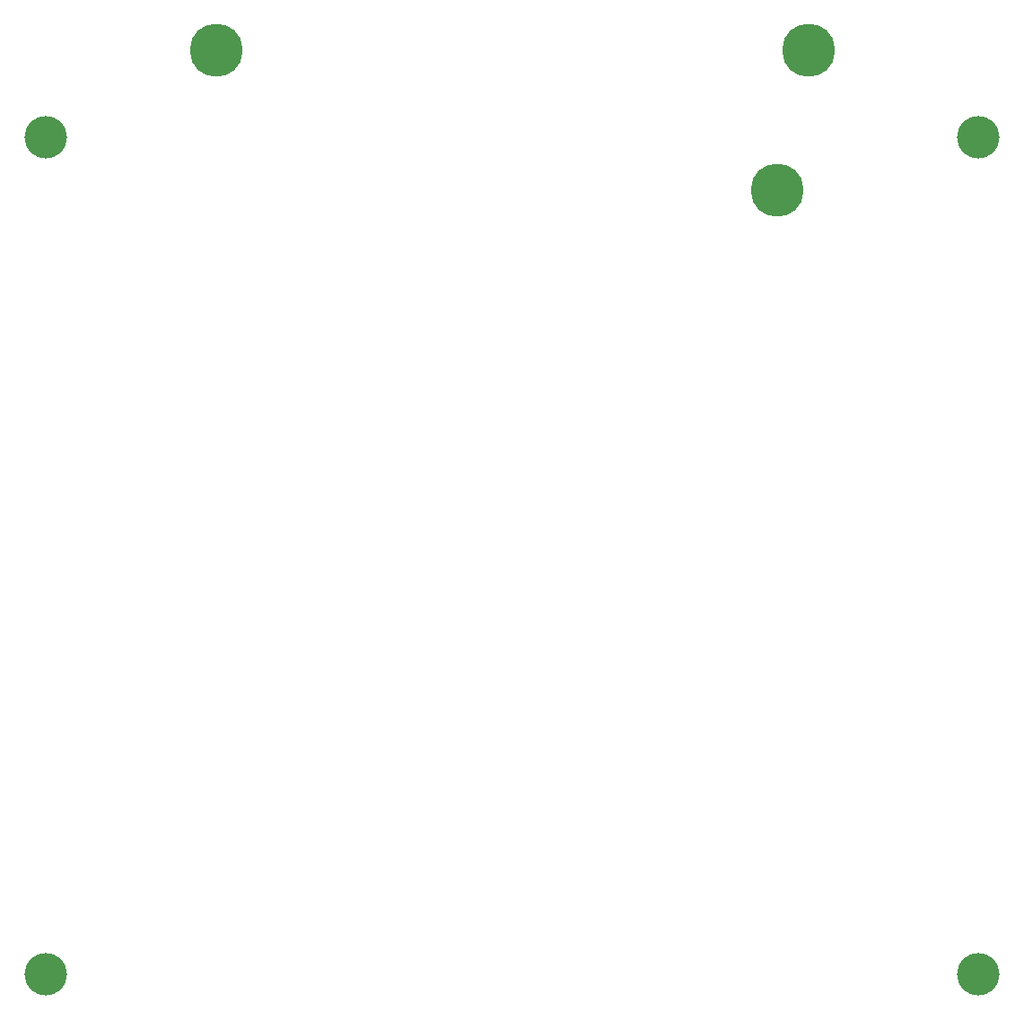
<source format=gts>
G04 #@! TF.GenerationSoftware,KiCad,Pcbnew,6.0.9-8da3e8f707~116~ubuntu22.04.1*
G04 #@! TF.CreationDate,2022-11-12T12:35:46-05:00*
G04 #@! TF.ProjectId,dso138_testpanel,64736f31-3338-45f7-9465-737470616e65,rev?*
G04 #@! TF.SameCoordinates,Original*
G04 #@! TF.FileFunction,Soldermask,Top*
G04 #@! TF.FilePolarity,Negative*
%FSLAX46Y46*%
G04 Gerber Fmt 4.6, Leading zero omitted, Abs format (unit mm)*
G04 Created by KiCad (PCBNEW 6.0.9-8da3e8f707~116~ubuntu22.04.1) date 2022-11-12 12:35:46*
%MOMM*%
%LPD*%
G01*
G04 APERTURE LIST*
%ADD10C,5.000000*%
%ADD11C,4.000000*%
G04 APERTURE END LIST*
D10*
G04 #@! TO.C,H15*
X75000000Y112000000D03*
G04 #@! TD*
D11*
G04 #@! TO.C,H6*
X94000000Y117000000D03*
G04 #@! TD*
G04 #@! TO.C,H9*
X6000000Y38000000D03*
G04 #@! TD*
G04 #@! TO.C,H3*
X6000000Y117000000D03*
G04 #@! TD*
D10*
G04 #@! TO.C,H14*
X77980000Y125200000D03*
G04 #@! TD*
G04 #@! TO.C,H13*
X22100000Y125200000D03*
G04 #@! TD*
D11*
G04 #@! TO.C,H12*
X94000000Y38000000D03*
G04 #@! TD*
M02*

</source>
